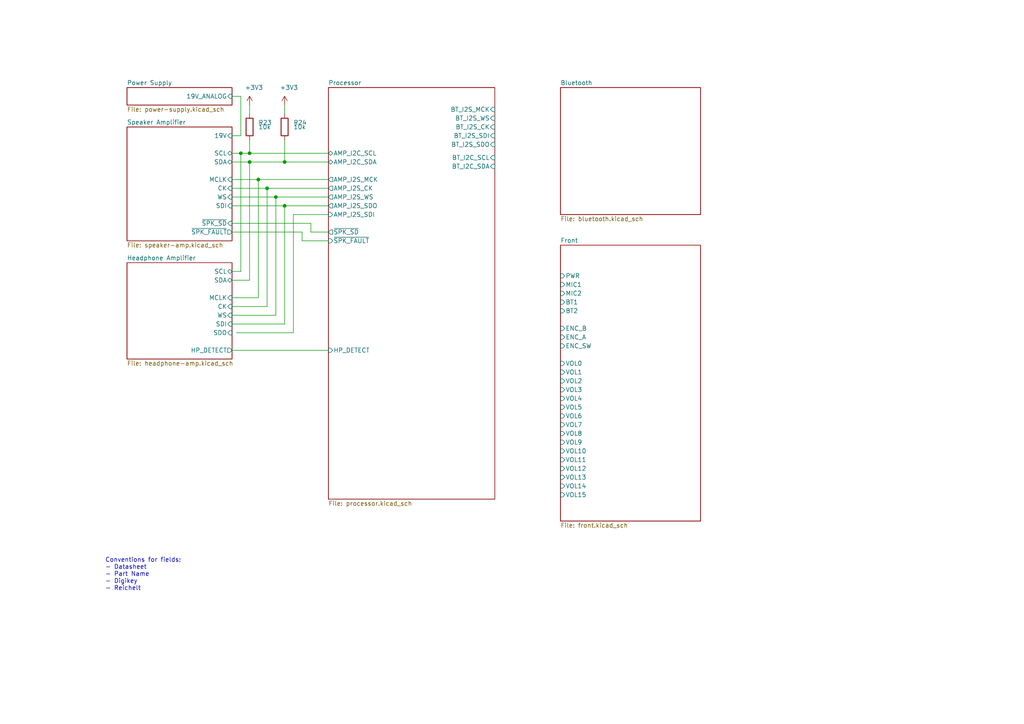
<source format=kicad_sch>
(kicad_sch (version 20201015) (generator eeschema)
  (page 1 7)
  (paper "A4")
  (lib_symbols
    (symbol "Device:R" (pin_numbers hide) (pin_names (offset 0))
      (property "Reference" "R" (at 2.032 0 90))
      (property "Value" "R" (at 0 0 90))
      (symbol "R_0_1"
        (rectangle (start -1.016 -2.54) (end 1.016 2.54) (stroke (width 0.254)))
      )
      (symbol "R_1_1"
        (pin passive line (at 0 3.81 270) (length 1.27) (name "~") (number "1"))
        (pin passive line (at 0 -3.81 90) (length 1.27) (name "~") (number "2"))
      )
    )
    (symbol "power:+3V3" (power) (pin_names (offset 0))
      (property "Value" "+3V3" (at 0 3.556 0))
      (symbol "+3V3_0_1"
        (polyline (pts (xy -0.762 1.27) (xy 0 2.54)))
        (polyline (pts (xy 0 0) (xy 0 2.54)))
        (polyline (pts (xy 0 2.54) (xy 0.762 1.27)))
      )
      (symbol "+3V3_1_1"
        (pin power_in line (at 0 0 90) (length 0) hide (name "+3V3") (number "1"))
      )
    )
  )
  (junction (at 69.85 44.45) (diameter 0.9144))
  (junction (at 72.39 44.45) (diameter 0.9144))
  (junction (at 72.39 46.99) (diameter 0.9144))
  (junction (at 74.93 52.07) (diameter 0.9144))
  (junction (at 77.47 54.61) (diameter 0.9144))
  (junction (at 80.01 57.15) (diameter 0.9144))
  (junction (at 82.55 46.99) (diameter 0.9144))
  (junction (at 82.55 59.69) (diameter 0.9144))
  (wire (pts (xy 67.31 27.94) (xy 69.85 27.94)))
  (wire (pts (xy 67.31 44.45) (xy 69.85 44.45)))
  (wire (pts (xy 67.31 46.99) (xy 72.39 46.99)))
  (wire (pts (xy 67.31 52.07) (xy 74.93 52.07)))
  (wire (pts (xy 67.31 67.31) (xy 87.63 67.31)))
  (wire (pts (xy 67.31 81.28) (xy 72.39 81.28)))
  (wire (pts (xy 67.31 88.9) (xy 77.47 88.9)))
  (wire (pts (xy 67.31 91.44) (xy 80.01 91.44)))
  (wire (pts (xy 67.31 93.98) (xy 82.55 93.98)))
  (wire (pts (xy 67.31 101.6) (xy 95.25 101.6)))
  (wire (pts (xy 68.58 96.52) (xy 85.09 96.52)))
  (wire (pts (xy 69.85 27.94) (xy 69.85 39.37)))
  (wire (pts (xy 69.85 39.37) (xy 67.31 39.37)))
  (wire (pts (xy 69.85 44.45) (xy 69.85 78.74)))
  (wire (pts (xy 69.85 44.45) (xy 72.39 44.45)))
  (wire (pts (xy 69.85 78.74) (xy 67.31 78.74)))
  (wire (pts (xy 72.39 30.48) (xy 72.39 33.02)))
  (wire (pts (xy 72.39 44.45) (xy 72.39 40.64)))
  (wire (pts (xy 72.39 44.45) (xy 95.25 44.45)))
  (wire (pts (xy 72.39 46.99) (xy 82.55 46.99)))
  (wire (pts (xy 72.39 81.28) (xy 72.39 46.99)))
  (wire (pts (xy 74.93 52.07) (xy 74.93 86.36)))
  (wire (pts (xy 74.93 52.07) (xy 95.25 52.07)))
  (wire (pts (xy 74.93 86.36) (xy 67.31 86.36)))
  (wire (pts (xy 77.47 54.61) (xy 67.31 54.61)))
  (wire (pts (xy 77.47 54.61) (xy 95.25 54.61)))
  (wire (pts (xy 77.47 88.9) (xy 77.47 54.61)))
  (wire (pts (xy 80.01 57.15) (xy 67.31 57.15)))
  (wire (pts (xy 80.01 57.15) (xy 95.25 57.15)))
  (wire (pts (xy 80.01 91.44) (xy 80.01 57.15)))
  (wire (pts (xy 82.55 30.48) (xy 82.55 33.02)))
  (wire (pts (xy 82.55 46.99) (xy 82.55 40.64)))
  (wire (pts (xy 82.55 46.99) (xy 95.25 46.99)))
  (wire (pts (xy 82.55 59.69) (xy 67.31 59.69)))
  (wire (pts (xy 82.55 59.69) (xy 95.25 59.69)))
  (wire (pts (xy 82.55 93.98) (xy 82.55 59.69)))
  (wire (pts (xy 85.09 62.23) (xy 95.25 62.23)))
  (wire (pts (xy 85.09 96.52) (xy 85.09 62.23)))
  (wire (pts (xy 87.63 67.31) (xy 87.63 69.85)))
  (wire (pts (xy 87.63 69.85) (xy 95.25 69.85)))
  (wire (pts (xy 90.17 64.77) (xy 67.31 64.77)))
  (wire (pts (xy 90.17 67.31) (xy 90.17 64.77)))
  (wire (pts (xy 95.25 67.31) (xy 90.17 67.31)))
  (text "Conventions for fields:\n- Datasheet\n- Part Name\n- Digikey\n- Reichelt" (at 30.48 171.45 0) (effects (font (size 1.27 1.27)) (justify left bottom)))
  (symbol (lib_id "power:+3V3") (at 72.39 30.48 0) (unit 1)
    (property "Reference" "#PWR0157" (effects hide))
    (property "Value" "+3V3" (at 73.66 25.4 0))
  )
  (symbol (lib_id "power:+3V3") (at 82.55 30.48 0) (unit 1)
    (property "Reference" "#PWR0158" (effects hide))
    (property "Value" "+3V3" (at 83.82 25.4 0))
  )
  (symbol (lib_id "Device:R") (at 72.39 36.83 0) (unit 1)
    (property "Reference" "R23" (at 74.93 35.56 0) (effects (justify left)))
    (property "Value" "10k" (at 74.93 36.83 0) (effects (justify left)))
    (property "Footprint" "Resistor_SMD:R_0603_1608Metric" (effects hide))
  )
  (symbol (lib_id "Device:R") (at 82.55 36.83 0) (unit 1)
    (property "Reference" "R24" (at 85.09 35.56 0) (effects (justify left)))
    (property "Value" "10k" (at 85.09 36.83 0) (effects (justify left)))
    (property "Footprint" "Resistor_SMD:R_0603_1608Metric" (effects hide))
  )
  (sheet (at 162.56 25.4) (size 40.64 36.83)
    (property "Schaltplanname" "Bluetooth" (at 162.56 24.7645 0) (effects (justify left bottom)))
    (property "Dateiname Blatt" "bluetooth.kicad_sch" (at 162.56 62.7385 0) (effects (justify left top)))
  )
  (sheet (at 162.56 71.12) (size 40.64 80.01)
    (property "Schaltplanname" "Front" (at 162.56 70.4845 0) (effects (justify left bottom)))
    (property "Dateiname Blatt" "front.kicad_sch" (at 162.56 151.6385 0) (effects (justify left top)))
    (pin "PWR" input (at 162.56 80.01 180))
    (pin "ENC_B" input (at 162.56 95.25 180))
    (pin "ENC_A" input (at 162.56 97.79 180))
    (pin "ENC_SW" input (at 162.56 100.33 180))
    (pin "VOL1" input (at 162.56 107.95 180))
    (pin "VOL0" input (at 162.56 105.41 180))
    (pin "VOL4" input (at 162.56 115.57 180))
    (pin "VOL7" input (at 162.56 123.19 180))
    (pin "VOL3" input (at 162.56 113.03 180))
    (pin "VOL5" input (at 162.56 118.11 180))
    (pin "VOL6" input (at 162.56 120.65 180))
    (pin "VOL8" input (at 162.56 125.73 180))
    (pin "VOL9" input (at 162.56 128.27 180))
    (pin "VOL10" input (at 162.56 130.81 180))
    (pin "VOL14" input (at 162.56 140.97 180))
    (pin "VOL12" input (at 162.56 135.89 180))
    (pin "VOL13" input (at 162.56 138.43 180))
    (pin "VOL11" input (at 162.56 133.35 180))
    (pin "VOL15" input (at 162.56 143.51 180))
    (pin "VOL2" input (at 162.56 110.49 180))
    (pin "MIC1" input (at 162.56 82.55 180))
    (pin "BT2" input (at 162.56 90.17 180))
    (pin "MIC2" input (at 162.56 85.09 180))
    (pin "BT1" input (at 162.56 87.63 180))
  )
  (sheet (at 36.83 76.2) (size 30.48 27.94)
    (property "Schaltplanname" "Headphone Amplifier" (at 36.83 75.5645 0) (effects (justify left bottom)))
    (property "Dateiname Blatt" "headphone-amp.kicad_sch" (at 36.83 104.6485 0) (effects (justify left top)))
    (pin "HP_DETECT" output (at 67.31 101.6 0))
    (pin "MCLK" input (at 67.31 86.36 0))
    (pin "CK" input (at 67.31 88.9 0))
    (pin "WS" input (at 67.31 91.44 0))
    (pin "SDI" input (at 67.31 93.98 0))
    (pin "SDO" input (at 67.31 96.52 0))
    (pin "SCL" bidirectional (at 67.31 78.74 0))
    (pin "SDA" bidirectional (at 67.31 81.28 0))
  )
  (sheet (at 36.83 25.4) (size 30.48 5.08)
    (property "Schaltplanname" "Power Supply" (at 36.83 24.7645 0) (effects (justify left bottom)))
    (property "Dateiname Blatt" "power-supply.kicad_sch" (at 36.83 30.9885 0) (effects (justify left top)))
    (pin "19V_ANALOG" input (at 67.31 27.94 0))
  )
  (sheet (at 95.25 25.4) (size 48.26 119.38)
    (property "Schaltplanname" "Processor" (at 95.25 24.7645 0) (effects (justify left bottom)))
    (property "Dateiname Blatt" "processor.kicad_sch" (at 95.25 145.2885 0) (effects (justify left top)))
    (pin "AMP_I2S_MCK" output (at 95.25 52.07 180))
    (pin "AMP_I2S_CK" output (at 95.25 54.61 180))
    (pin "AMP_I2S_WS" output (at 95.25 57.15 180))
    (pin "AMP_I2S_SDI" input (at 95.25 62.23 180))
    (pin "AMP_I2S_SDO" output (at 95.25 59.69 180))
    (pin "BT_I2S_WS" input (at 143.51 34.29 0))
    (pin "BT_I2S_CK" input (at 143.51 36.83 0))
    (pin "BT_I2S_SDI" input (at 143.51 39.37 0))
    (pin "BT_I2S_SDO" input (at 143.51 41.91 0))
    (pin "BT_I2S_MCK" input (at 143.51 31.75 0))
    (pin "AMP_I2C_SDA" bidirectional (at 95.25 46.99 180))
    (pin "AMP_I2C_SCL" bidirectional (at 95.25 44.45 180))
    (pin "BT_I2C_SCL" input (at 143.51 45.72 0))
    (pin "BT_I2C_SDA" input (at 143.51 48.26 0))
    (pin "HP_DETECT" input (at 95.25 101.6 180))
    (pin "~SPK_FAULT" input (at 95.25 69.85 180))
    (pin "~SPK_SD" output (at 95.25 67.31 180))
  )
  (sheet (at 36.83 36.83) (size 30.48 33.02)
    (property "Schaltplanname" "Speaker Amplifier" (at 36.83 36.1945 0) (effects (justify left bottom)))
    (property "Dateiname Blatt" "speaker-amp.kicad_sch" (at 36.83 70.3585 0) (effects (justify left top)))
    (pin "SDI" input (at 67.31 59.69 0))
    (pin "~SPK_SD" input (at 67.31 64.77 0))
    (pin "~SPK_FAULT" output (at 67.31 67.31 0))
    (pin "SDA" bidirectional (at 67.31 46.99 0))
    (pin "MCLK" input (at 67.31 52.07 0))
    (pin "CK" input (at 67.31 54.61 0))
    (pin "WS" input (at 67.31 57.15 0))
    (pin "SCL" bidirectional (at 67.31 44.45 0))
    (pin "19V" input (at 67.31 39.37 0))
  )
)
</source>
